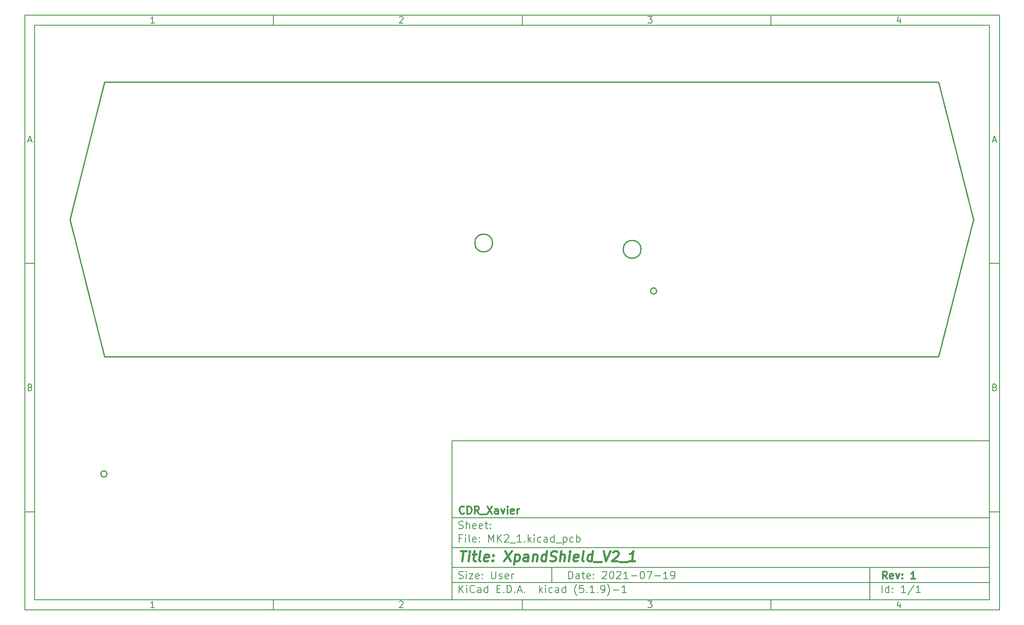
<source format=gbr>
%TF.GenerationSoftware,KiCad,Pcbnew,(5.1.9)-1*%
%TF.CreationDate,2021-08-02T11:53:33-04:00*%
%TF.ProjectId,MK2_1,4d4b325f-312e-46b6-9963-61645f706362,1*%
%TF.SameCoordinates,Original*%
%TF.FileFunction,Profile,NP*%
%FSLAX45Y45*%
G04 Gerber Fmt 4.5, Leading zero omitted, Abs format (unit mm)*
G04 Created by KiCad (PCBNEW (5.1.9)-1) date 2021-08-02 11:53:33*
%MOMM*%
%LPD*%
G01*
G04 APERTURE LIST*
%ADD10C,0.127000*%
%ADD11C,0.150000*%
%ADD12C,0.300000*%
%ADD13C,0.400000*%
%TA.AperFunction,Profile*%
%ADD14C,0.254000*%
%TD*%
G04 APERTURE END LIST*
D10*
D11*
X9590000Y-9570000D02*
X9590000Y-12770000D01*
X20390000Y-12770000D01*
X20390000Y-9570000D01*
X9590000Y-9570000D01*
D10*
D11*
X1000000Y-1000000D02*
X1000000Y-12970000D01*
X20590000Y-12970000D01*
X20590000Y-1000000D01*
X1000000Y-1000000D01*
D10*
D11*
X1200000Y-1200000D02*
X1200000Y-12770000D01*
X20390000Y-12770000D01*
X20390000Y-1200000D01*
X1200000Y-1200000D01*
D10*
D11*
X6000000Y-1200000D02*
X6000000Y-1000000D01*
D10*
D11*
X11000000Y-1200000D02*
X11000000Y-1000000D01*
D10*
D11*
X16000000Y-1200000D02*
X16000000Y-1000000D01*
D10*
D11*
X3606548Y-1158810D02*
X3532262Y-1158810D01*
X3569405Y-1158810D02*
X3569405Y-1028809D01*
X3557024Y-1047381D01*
X3544643Y-1059762D01*
X3532262Y-1065952D01*
D10*
D11*
X8532262Y-1041190D02*
X8538452Y-1035000D01*
X8550833Y-1028809D01*
X8581786Y-1028809D01*
X8594167Y-1035000D01*
X8600357Y-1041190D01*
X8606548Y-1053571D01*
X8606548Y-1065952D01*
X8600357Y-1084524D01*
X8526071Y-1158810D01*
X8606548Y-1158810D01*
D10*
D11*
X13526071Y-1028809D02*
X13606548Y-1028809D01*
X13563214Y-1078333D01*
X13581786Y-1078333D01*
X13594167Y-1084524D01*
X13600357Y-1090714D01*
X13606548Y-1103095D01*
X13606548Y-1134048D01*
X13600357Y-1146429D01*
X13594167Y-1152619D01*
X13581786Y-1158810D01*
X13544643Y-1158810D01*
X13532262Y-1152619D01*
X13526071Y-1146429D01*
D10*
D11*
X18594167Y-1072143D02*
X18594167Y-1158810D01*
X18563214Y-1022619D02*
X18532262Y-1115476D01*
X18612738Y-1115476D01*
D10*
D11*
X6000000Y-12770000D02*
X6000000Y-12970000D01*
D10*
D11*
X11000000Y-12770000D02*
X11000000Y-12970000D01*
D10*
D11*
X16000000Y-12770000D02*
X16000000Y-12970000D01*
D10*
D11*
X3606548Y-12928809D02*
X3532262Y-12928809D01*
X3569405Y-12928809D02*
X3569405Y-12798809D01*
X3557024Y-12817381D01*
X3544643Y-12829762D01*
X3532262Y-12835952D01*
D10*
D11*
X8532262Y-12811190D02*
X8538452Y-12805000D01*
X8550833Y-12798809D01*
X8581786Y-12798809D01*
X8594167Y-12805000D01*
X8600357Y-12811190D01*
X8606548Y-12823571D01*
X8606548Y-12835952D01*
X8600357Y-12854524D01*
X8526071Y-12928809D01*
X8606548Y-12928809D01*
D10*
D11*
X13526071Y-12798809D02*
X13606548Y-12798809D01*
X13563214Y-12848333D01*
X13581786Y-12848333D01*
X13594167Y-12854524D01*
X13600357Y-12860714D01*
X13606548Y-12873095D01*
X13606548Y-12904048D01*
X13600357Y-12916428D01*
X13594167Y-12922619D01*
X13581786Y-12928809D01*
X13544643Y-12928809D01*
X13532262Y-12922619D01*
X13526071Y-12916428D01*
D10*
D11*
X18594167Y-12842143D02*
X18594167Y-12928809D01*
X18563214Y-12792619D02*
X18532262Y-12885476D01*
X18612738Y-12885476D01*
D10*
D11*
X1000000Y-6000000D02*
X1200000Y-6000000D01*
D10*
D11*
X1000000Y-11000000D02*
X1200000Y-11000000D01*
D10*
D11*
X1069048Y-3521667D02*
X1130952Y-3521667D01*
X1056667Y-3558809D02*
X1100000Y-3428809D01*
X1143333Y-3558809D01*
D10*
D11*
X1109286Y-8490714D02*
X1127857Y-8496905D01*
X1134048Y-8503095D01*
X1140238Y-8515476D01*
X1140238Y-8534048D01*
X1134048Y-8546429D01*
X1127857Y-8552619D01*
X1115476Y-8558810D01*
X1065952Y-8558810D01*
X1065952Y-8428810D01*
X1109286Y-8428810D01*
X1121667Y-8435000D01*
X1127857Y-8441190D01*
X1134048Y-8453571D01*
X1134048Y-8465952D01*
X1127857Y-8478333D01*
X1121667Y-8484524D01*
X1109286Y-8490714D01*
X1065952Y-8490714D01*
D10*
D11*
X20590000Y-6000000D02*
X20390000Y-6000000D01*
D10*
D11*
X20590000Y-11000000D02*
X20390000Y-11000000D01*
D10*
D11*
X20459048Y-3521667D02*
X20520952Y-3521667D01*
X20446667Y-3558809D02*
X20490000Y-3428809D01*
X20533333Y-3558809D01*
D10*
D11*
X20499286Y-8490714D02*
X20517857Y-8496905D01*
X20524048Y-8503095D01*
X20530238Y-8515476D01*
X20530238Y-8534048D01*
X20524048Y-8546429D01*
X20517857Y-8552619D01*
X20505476Y-8558810D01*
X20455952Y-8558810D01*
X20455952Y-8428810D01*
X20499286Y-8428810D01*
X20511667Y-8435000D01*
X20517857Y-8441190D01*
X20524048Y-8453571D01*
X20524048Y-8465952D01*
X20517857Y-8478333D01*
X20511667Y-8484524D01*
X20499286Y-8490714D01*
X20455952Y-8490714D01*
D10*
D11*
X11933214Y-12347857D02*
X11933214Y-12197857D01*
X11968928Y-12197857D01*
X11990357Y-12205000D01*
X12004643Y-12219286D01*
X12011786Y-12233571D01*
X12018928Y-12262143D01*
X12018928Y-12283571D01*
X12011786Y-12312143D01*
X12004643Y-12326428D01*
X11990357Y-12340714D01*
X11968928Y-12347857D01*
X11933214Y-12347857D01*
X12147500Y-12347857D02*
X12147500Y-12269286D01*
X12140357Y-12255000D01*
X12126071Y-12247857D01*
X12097500Y-12247857D01*
X12083214Y-12255000D01*
X12147500Y-12340714D02*
X12133214Y-12347857D01*
X12097500Y-12347857D01*
X12083214Y-12340714D01*
X12076071Y-12326428D01*
X12076071Y-12312143D01*
X12083214Y-12297857D01*
X12097500Y-12290714D01*
X12133214Y-12290714D01*
X12147500Y-12283571D01*
X12197500Y-12247857D02*
X12254643Y-12247857D01*
X12218928Y-12197857D02*
X12218928Y-12326428D01*
X12226071Y-12340714D01*
X12240357Y-12347857D01*
X12254643Y-12347857D01*
X12361786Y-12340714D02*
X12347500Y-12347857D01*
X12318928Y-12347857D01*
X12304643Y-12340714D01*
X12297500Y-12326428D01*
X12297500Y-12269286D01*
X12304643Y-12255000D01*
X12318928Y-12247857D01*
X12347500Y-12247857D01*
X12361786Y-12255000D01*
X12368928Y-12269286D01*
X12368928Y-12283571D01*
X12297500Y-12297857D01*
X12433214Y-12333571D02*
X12440357Y-12340714D01*
X12433214Y-12347857D01*
X12426071Y-12340714D01*
X12433214Y-12333571D01*
X12433214Y-12347857D01*
X12433214Y-12255000D02*
X12440357Y-12262143D01*
X12433214Y-12269286D01*
X12426071Y-12262143D01*
X12433214Y-12255000D01*
X12433214Y-12269286D01*
X12611786Y-12212143D02*
X12618928Y-12205000D01*
X12633214Y-12197857D01*
X12668928Y-12197857D01*
X12683214Y-12205000D01*
X12690357Y-12212143D01*
X12697500Y-12226428D01*
X12697500Y-12240714D01*
X12690357Y-12262143D01*
X12604643Y-12347857D01*
X12697500Y-12347857D01*
X12790357Y-12197857D02*
X12804643Y-12197857D01*
X12818928Y-12205000D01*
X12826071Y-12212143D01*
X12833214Y-12226428D01*
X12840357Y-12255000D01*
X12840357Y-12290714D01*
X12833214Y-12319286D01*
X12826071Y-12333571D01*
X12818928Y-12340714D01*
X12804643Y-12347857D01*
X12790357Y-12347857D01*
X12776071Y-12340714D01*
X12768928Y-12333571D01*
X12761786Y-12319286D01*
X12754643Y-12290714D01*
X12754643Y-12255000D01*
X12761786Y-12226428D01*
X12768928Y-12212143D01*
X12776071Y-12205000D01*
X12790357Y-12197857D01*
X12897500Y-12212143D02*
X12904643Y-12205000D01*
X12918928Y-12197857D01*
X12954643Y-12197857D01*
X12968928Y-12205000D01*
X12976071Y-12212143D01*
X12983214Y-12226428D01*
X12983214Y-12240714D01*
X12976071Y-12262143D01*
X12890357Y-12347857D01*
X12983214Y-12347857D01*
X13126071Y-12347857D02*
X13040357Y-12347857D01*
X13083214Y-12347857D02*
X13083214Y-12197857D01*
X13068928Y-12219286D01*
X13054643Y-12233571D01*
X13040357Y-12240714D01*
X13190357Y-12290714D02*
X13304643Y-12290714D01*
X13404643Y-12197857D02*
X13418928Y-12197857D01*
X13433214Y-12205000D01*
X13440357Y-12212143D01*
X13447500Y-12226428D01*
X13454643Y-12255000D01*
X13454643Y-12290714D01*
X13447500Y-12319286D01*
X13440357Y-12333571D01*
X13433214Y-12340714D01*
X13418928Y-12347857D01*
X13404643Y-12347857D01*
X13390357Y-12340714D01*
X13383214Y-12333571D01*
X13376071Y-12319286D01*
X13368928Y-12290714D01*
X13368928Y-12255000D01*
X13376071Y-12226428D01*
X13383214Y-12212143D01*
X13390357Y-12205000D01*
X13404643Y-12197857D01*
X13504643Y-12197857D02*
X13604643Y-12197857D01*
X13540357Y-12347857D01*
X13661786Y-12290714D02*
X13776071Y-12290714D01*
X13926071Y-12347857D02*
X13840357Y-12347857D01*
X13883214Y-12347857D02*
X13883214Y-12197857D01*
X13868928Y-12219286D01*
X13854643Y-12233571D01*
X13840357Y-12240714D01*
X13997500Y-12347857D02*
X14026071Y-12347857D01*
X14040357Y-12340714D01*
X14047500Y-12333571D01*
X14061786Y-12312143D01*
X14068928Y-12283571D01*
X14068928Y-12226428D01*
X14061786Y-12212143D01*
X14054643Y-12205000D01*
X14040357Y-12197857D01*
X14011786Y-12197857D01*
X13997500Y-12205000D01*
X13990357Y-12212143D01*
X13983214Y-12226428D01*
X13983214Y-12262143D01*
X13990357Y-12276428D01*
X13997500Y-12283571D01*
X14011786Y-12290714D01*
X14040357Y-12290714D01*
X14054643Y-12283571D01*
X14061786Y-12276428D01*
X14068928Y-12262143D01*
D10*
D11*
X9590000Y-12420000D02*
X20390000Y-12420000D01*
D10*
D11*
X9733214Y-12627857D02*
X9733214Y-12477857D01*
X9818929Y-12627857D02*
X9754643Y-12542143D01*
X9818929Y-12477857D02*
X9733214Y-12563571D01*
X9883214Y-12627857D02*
X9883214Y-12527857D01*
X9883214Y-12477857D02*
X9876071Y-12485000D01*
X9883214Y-12492143D01*
X9890357Y-12485000D01*
X9883214Y-12477857D01*
X9883214Y-12492143D01*
X10040357Y-12613571D02*
X10033214Y-12620714D01*
X10011786Y-12627857D01*
X9997500Y-12627857D01*
X9976071Y-12620714D01*
X9961786Y-12606428D01*
X9954643Y-12592143D01*
X9947500Y-12563571D01*
X9947500Y-12542143D01*
X9954643Y-12513571D01*
X9961786Y-12499286D01*
X9976071Y-12485000D01*
X9997500Y-12477857D01*
X10011786Y-12477857D01*
X10033214Y-12485000D01*
X10040357Y-12492143D01*
X10168929Y-12627857D02*
X10168929Y-12549286D01*
X10161786Y-12535000D01*
X10147500Y-12527857D01*
X10118929Y-12527857D01*
X10104643Y-12535000D01*
X10168929Y-12620714D02*
X10154643Y-12627857D01*
X10118929Y-12627857D01*
X10104643Y-12620714D01*
X10097500Y-12606428D01*
X10097500Y-12592143D01*
X10104643Y-12577857D01*
X10118929Y-12570714D01*
X10154643Y-12570714D01*
X10168929Y-12563571D01*
X10304643Y-12627857D02*
X10304643Y-12477857D01*
X10304643Y-12620714D02*
X10290357Y-12627857D01*
X10261786Y-12627857D01*
X10247500Y-12620714D01*
X10240357Y-12613571D01*
X10233214Y-12599286D01*
X10233214Y-12556428D01*
X10240357Y-12542143D01*
X10247500Y-12535000D01*
X10261786Y-12527857D01*
X10290357Y-12527857D01*
X10304643Y-12535000D01*
X10490357Y-12549286D02*
X10540357Y-12549286D01*
X10561786Y-12627857D02*
X10490357Y-12627857D01*
X10490357Y-12477857D01*
X10561786Y-12477857D01*
X10626071Y-12613571D02*
X10633214Y-12620714D01*
X10626071Y-12627857D01*
X10618929Y-12620714D01*
X10626071Y-12613571D01*
X10626071Y-12627857D01*
X10697500Y-12627857D02*
X10697500Y-12477857D01*
X10733214Y-12477857D01*
X10754643Y-12485000D01*
X10768929Y-12499286D01*
X10776071Y-12513571D01*
X10783214Y-12542143D01*
X10783214Y-12563571D01*
X10776071Y-12592143D01*
X10768929Y-12606428D01*
X10754643Y-12620714D01*
X10733214Y-12627857D01*
X10697500Y-12627857D01*
X10847500Y-12613571D02*
X10854643Y-12620714D01*
X10847500Y-12627857D01*
X10840357Y-12620714D01*
X10847500Y-12613571D01*
X10847500Y-12627857D01*
X10911786Y-12585000D02*
X10983214Y-12585000D01*
X10897500Y-12627857D02*
X10947500Y-12477857D01*
X10997500Y-12627857D01*
X11047500Y-12613571D02*
X11054643Y-12620714D01*
X11047500Y-12627857D01*
X11040357Y-12620714D01*
X11047500Y-12613571D01*
X11047500Y-12627857D01*
X11347500Y-12627857D02*
X11347500Y-12477857D01*
X11361786Y-12570714D02*
X11404643Y-12627857D01*
X11404643Y-12527857D02*
X11347500Y-12585000D01*
X11468928Y-12627857D02*
X11468928Y-12527857D01*
X11468928Y-12477857D02*
X11461786Y-12485000D01*
X11468928Y-12492143D01*
X11476071Y-12485000D01*
X11468928Y-12477857D01*
X11468928Y-12492143D01*
X11604643Y-12620714D02*
X11590357Y-12627857D01*
X11561786Y-12627857D01*
X11547500Y-12620714D01*
X11540357Y-12613571D01*
X11533214Y-12599286D01*
X11533214Y-12556428D01*
X11540357Y-12542143D01*
X11547500Y-12535000D01*
X11561786Y-12527857D01*
X11590357Y-12527857D01*
X11604643Y-12535000D01*
X11733214Y-12627857D02*
X11733214Y-12549286D01*
X11726071Y-12535000D01*
X11711786Y-12527857D01*
X11683214Y-12527857D01*
X11668928Y-12535000D01*
X11733214Y-12620714D02*
X11718928Y-12627857D01*
X11683214Y-12627857D01*
X11668928Y-12620714D01*
X11661786Y-12606428D01*
X11661786Y-12592143D01*
X11668928Y-12577857D01*
X11683214Y-12570714D01*
X11718928Y-12570714D01*
X11733214Y-12563571D01*
X11868928Y-12627857D02*
X11868928Y-12477857D01*
X11868928Y-12620714D02*
X11854643Y-12627857D01*
X11826071Y-12627857D01*
X11811786Y-12620714D01*
X11804643Y-12613571D01*
X11797500Y-12599286D01*
X11797500Y-12556428D01*
X11804643Y-12542143D01*
X11811786Y-12535000D01*
X11826071Y-12527857D01*
X11854643Y-12527857D01*
X11868928Y-12535000D01*
X12097500Y-12685000D02*
X12090357Y-12677857D01*
X12076071Y-12656428D01*
X12068928Y-12642143D01*
X12061786Y-12620714D01*
X12054643Y-12585000D01*
X12054643Y-12556428D01*
X12061786Y-12520714D01*
X12068928Y-12499286D01*
X12076071Y-12485000D01*
X12090357Y-12463571D01*
X12097500Y-12456428D01*
X12226071Y-12477857D02*
X12154643Y-12477857D01*
X12147500Y-12549286D01*
X12154643Y-12542143D01*
X12168928Y-12535000D01*
X12204643Y-12535000D01*
X12218928Y-12542143D01*
X12226071Y-12549286D01*
X12233214Y-12563571D01*
X12233214Y-12599286D01*
X12226071Y-12613571D01*
X12218928Y-12620714D01*
X12204643Y-12627857D01*
X12168928Y-12627857D01*
X12154643Y-12620714D01*
X12147500Y-12613571D01*
X12297500Y-12613571D02*
X12304643Y-12620714D01*
X12297500Y-12627857D01*
X12290357Y-12620714D01*
X12297500Y-12613571D01*
X12297500Y-12627857D01*
X12447500Y-12627857D02*
X12361786Y-12627857D01*
X12404643Y-12627857D02*
X12404643Y-12477857D01*
X12390357Y-12499286D01*
X12376071Y-12513571D01*
X12361786Y-12520714D01*
X12511786Y-12613571D02*
X12518928Y-12620714D01*
X12511786Y-12627857D01*
X12504643Y-12620714D01*
X12511786Y-12613571D01*
X12511786Y-12627857D01*
X12590357Y-12627857D02*
X12618928Y-12627857D01*
X12633214Y-12620714D01*
X12640357Y-12613571D01*
X12654643Y-12592143D01*
X12661786Y-12563571D01*
X12661786Y-12506428D01*
X12654643Y-12492143D01*
X12647500Y-12485000D01*
X12633214Y-12477857D01*
X12604643Y-12477857D01*
X12590357Y-12485000D01*
X12583214Y-12492143D01*
X12576071Y-12506428D01*
X12576071Y-12542143D01*
X12583214Y-12556428D01*
X12590357Y-12563571D01*
X12604643Y-12570714D01*
X12633214Y-12570714D01*
X12647500Y-12563571D01*
X12654643Y-12556428D01*
X12661786Y-12542143D01*
X12711786Y-12685000D02*
X12718928Y-12677857D01*
X12733214Y-12656428D01*
X12740357Y-12642143D01*
X12747500Y-12620714D01*
X12754643Y-12585000D01*
X12754643Y-12556428D01*
X12747500Y-12520714D01*
X12740357Y-12499286D01*
X12733214Y-12485000D01*
X12718928Y-12463571D01*
X12711786Y-12456428D01*
X12826071Y-12570714D02*
X12940357Y-12570714D01*
X13090357Y-12627857D02*
X13004643Y-12627857D01*
X13047500Y-12627857D02*
X13047500Y-12477857D01*
X13033214Y-12499286D01*
X13018928Y-12513571D01*
X13004643Y-12520714D01*
D10*
D11*
X9590000Y-12120000D02*
X20390000Y-12120000D01*
D10*
D12*
X18330929Y-12347857D02*
X18280929Y-12276428D01*
X18245214Y-12347857D02*
X18245214Y-12197857D01*
X18302357Y-12197857D01*
X18316643Y-12205000D01*
X18323786Y-12212143D01*
X18330929Y-12226428D01*
X18330929Y-12247857D01*
X18323786Y-12262143D01*
X18316643Y-12269286D01*
X18302357Y-12276428D01*
X18245214Y-12276428D01*
X18452357Y-12340714D02*
X18438071Y-12347857D01*
X18409500Y-12347857D01*
X18395214Y-12340714D01*
X18388071Y-12326428D01*
X18388071Y-12269286D01*
X18395214Y-12255000D01*
X18409500Y-12247857D01*
X18438071Y-12247857D01*
X18452357Y-12255000D01*
X18459500Y-12269286D01*
X18459500Y-12283571D01*
X18388071Y-12297857D01*
X18509500Y-12247857D02*
X18545214Y-12347857D01*
X18580929Y-12247857D01*
X18638071Y-12333571D02*
X18645214Y-12340714D01*
X18638071Y-12347857D01*
X18630929Y-12340714D01*
X18638071Y-12333571D01*
X18638071Y-12347857D01*
X18638071Y-12255000D02*
X18645214Y-12262143D01*
X18638071Y-12269286D01*
X18630929Y-12262143D01*
X18638071Y-12255000D01*
X18638071Y-12269286D01*
X18902357Y-12347857D02*
X18816643Y-12347857D01*
X18859500Y-12347857D02*
X18859500Y-12197857D01*
X18845214Y-12219286D01*
X18830929Y-12233571D01*
X18816643Y-12240714D01*
D10*
D11*
X9726071Y-12340714D02*
X9747500Y-12347857D01*
X9783214Y-12347857D01*
X9797500Y-12340714D01*
X9804643Y-12333571D01*
X9811786Y-12319286D01*
X9811786Y-12305000D01*
X9804643Y-12290714D01*
X9797500Y-12283571D01*
X9783214Y-12276428D01*
X9754643Y-12269286D01*
X9740357Y-12262143D01*
X9733214Y-12255000D01*
X9726071Y-12240714D01*
X9726071Y-12226428D01*
X9733214Y-12212143D01*
X9740357Y-12205000D01*
X9754643Y-12197857D01*
X9790357Y-12197857D01*
X9811786Y-12205000D01*
X9876071Y-12347857D02*
X9876071Y-12247857D01*
X9876071Y-12197857D02*
X9868929Y-12205000D01*
X9876071Y-12212143D01*
X9883214Y-12205000D01*
X9876071Y-12197857D01*
X9876071Y-12212143D01*
X9933214Y-12247857D02*
X10011786Y-12247857D01*
X9933214Y-12347857D01*
X10011786Y-12347857D01*
X10126071Y-12340714D02*
X10111786Y-12347857D01*
X10083214Y-12347857D01*
X10068929Y-12340714D01*
X10061786Y-12326428D01*
X10061786Y-12269286D01*
X10068929Y-12255000D01*
X10083214Y-12247857D01*
X10111786Y-12247857D01*
X10126071Y-12255000D01*
X10133214Y-12269286D01*
X10133214Y-12283571D01*
X10061786Y-12297857D01*
X10197500Y-12333571D02*
X10204643Y-12340714D01*
X10197500Y-12347857D01*
X10190357Y-12340714D01*
X10197500Y-12333571D01*
X10197500Y-12347857D01*
X10197500Y-12255000D02*
X10204643Y-12262143D01*
X10197500Y-12269286D01*
X10190357Y-12262143D01*
X10197500Y-12255000D01*
X10197500Y-12269286D01*
X10383214Y-12197857D02*
X10383214Y-12319286D01*
X10390357Y-12333571D01*
X10397500Y-12340714D01*
X10411786Y-12347857D01*
X10440357Y-12347857D01*
X10454643Y-12340714D01*
X10461786Y-12333571D01*
X10468929Y-12319286D01*
X10468929Y-12197857D01*
X10533214Y-12340714D02*
X10547500Y-12347857D01*
X10576071Y-12347857D01*
X10590357Y-12340714D01*
X10597500Y-12326428D01*
X10597500Y-12319286D01*
X10590357Y-12305000D01*
X10576071Y-12297857D01*
X10554643Y-12297857D01*
X10540357Y-12290714D01*
X10533214Y-12276428D01*
X10533214Y-12269286D01*
X10540357Y-12255000D01*
X10554643Y-12247857D01*
X10576071Y-12247857D01*
X10590357Y-12255000D01*
X10718929Y-12340714D02*
X10704643Y-12347857D01*
X10676071Y-12347857D01*
X10661786Y-12340714D01*
X10654643Y-12326428D01*
X10654643Y-12269286D01*
X10661786Y-12255000D01*
X10676071Y-12247857D01*
X10704643Y-12247857D01*
X10718929Y-12255000D01*
X10726071Y-12269286D01*
X10726071Y-12283571D01*
X10654643Y-12297857D01*
X10790357Y-12347857D02*
X10790357Y-12247857D01*
X10790357Y-12276428D02*
X10797500Y-12262143D01*
X10804643Y-12255000D01*
X10818929Y-12247857D01*
X10833214Y-12247857D01*
D10*
D11*
X18233214Y-12627857D02*
X18233214Y-12477857D01*
X18368929Y-12627857D02*
X18368929Y-12477857D01*
X18368929Y-12620714D02*
X18354643Y-12627857D01*
X18326071Y-12627857D01*
X18311786Y-12620714D01*
X18304643Y-12613571D01*
X18297500Y-12599286D01*
X18297500Y-12556428D01*
X18304643Y-12542143D01*
X18311786Y-12535000D01*
X18326071Y-12527857D01*
X18354643Y-12527857D01*
X18368929Y-12535000D01*
X18440357Y-12613571D02*
X18447500Y-12620714D01*
X18440357Y-12627857D01*
X18433214Y-12620714D01*
X18440357Y-12613571D01*
X18440357Y-12627857D01*
X18440357Y-12535000D02*
X18447500Y-12542143D01*
X18440357Y-12549286D01*
X18433214Y-12542143D01*
X18440357Y-12535000D01*
X18440357Y-12549286D01*
X18704643Y-12627857D02*
X18618929Y-12627857D01*
X18661786Y-12627857D02*
X18661786Y-12477857D01*
X18647500Y-12499286D01*
X18633214Y-12513571D01*
X18618929Y-12520714D01*
X18876071Y-12470714D02*
X18747500Y-12663571D01*
X19004643Y-12627857D02*
X18918929Y-12627857D01*
X18961786Y-12627857D02*
X18961786Y-12477857D01*
X18947500Y-12499286D01*
X18933214Y-12513571D01*
X18918929Y-12520714D01*
D10*
D11*
X9590000Y-11720000D02*
X20390000Y-11720000D01*
D10*
D13*
X9761238Y-11790476D02*
X9875524Y-11790476D01*
X9793381Y-11990476D02*
X9818381Y-11790476D01*
X9917190Y-11990476D02*
X9933857Y-11857143D01*
X9942190Y-11790476D02*
X9931476Y-11800000D01*
X9939810Y-11809524D01*
X9950524Y-11800000D01*
X9942190Y-11790476D01*
X9939810Y-11809524D01*
X10000524Y-11857143D02*
X10076714Y-11857143D01*
X10037429Y-11790476D02*
X10016000Y-11961905D01*
X10023143Y-11980952D01*
X10041000Y-11990476D01*
X10060048Y-11990476D01*
X10155286Y-11990476D02*
X10137429Y-11980952D01*
X10130286Y-11961905D01*
X10151714Y-11790476D01*
X10308857Y-11980952D02*
X10288619Y-11990476D01*
X10250524Y-11990476D01*
X10232667Y-11980952D01*
X10225524Y-11961905D01*
X10235048Y-11885714D01*
X10246952Y-11866667D01*
X10267190Y-11857143D01*
X10305286Y-11857143D01*
X10323143Y-11866667D01*
X10330286Y-11885714D01*
X10327905Y-11904762D01*
X10230286Y-11923809D01*
X10405286Y-11971428D02*
X10413619Y-11980952D01*
X10402905Y-11990476D01*
X10394571Y-11980952D01*
X10405286Y-11971428D01*
X10402905Y-11990476D01*
X10418381Y-11866667D02*
X10426714Y-11876190D01*
X10416000Y-11885714D01*
X10407667Y-11876190D01*
X10418381Y-11866667D01*
X10416000Y-11885714D01*
X10656476Y-11790476D02*
X10764810Y-11990476D01*
X10789810Y-11790476D02*
X10631476Y-11990476D01*
X10857667Y-11857143D02*
X10832667Y-12057143D01*
X10856476Y-11866667D02*
X10876714Y-11857143D01*
X10914810Y-11857143D01*
X10932667Y-11866667D01*
X10941000Y-11876190D01*
X10948143Y-11895238D01*
X10941000Y-11952381D01*
X10929095Y-11971428D01*
X10918381Y-11980952D01*
X10898143Y-11990476D01*
X10860048Y-11990476D01*
X10842190Y-11980952D01*
X11107667Y-11990476D02*
X11120762Y-11885714D01*
X11113619Y-11866667D01*
X11095762Y-11857143D01*
X11057667Y-11857143D01*
X11037429Y-11866667D01*
X11108857Y-11980952D02*
X11088619Y-11990476D01*
X11041000Y-11990476D01*
X11023143Y-11980952D01*
X11016000Y-11961905D01*
X11018381Y-11942857D01*
X11030286Y-11923809D01*
X11050524Y-11914286D01*
X11098143Y-11914286D01*
X11118381Y-11904762D01*
X11219571Y-11857143D02*
X11202905Y-11990476D01*
X11217190Y-11876190D02*
X11227905Y-11866667D01*
X11248143Y-11857143D01*
X11276714Y-11857143D01*
X11294571Y-11866667D01*
X11301714Y-11885714D01*
X11288619Y-11990476D01*
X11469571Y-11990476D02*
X11494571Y-11790476D01*
X11470762Y-11980952D02*
X11450524Y-11990476D01*
X11412428Y-11990476D01*
X11394571Y-11980952D01*
X11386238Y-11971428D01*
X11379095Y-11952381D01*
X11386238Y-11895238D01*
X11398143Y-11876190D01*
X11408857Y-11866667D01*
X11429095Y-11857143D01*
X11467190Y-11857143D01*
X11485048Y-11866667D01*
X11556476Y-11980952D02*
X11583857Y-11990476D01*
X11631476Y-11990476D01*
X11651714Y-11980952D01*
X11662428Y-11971428D01*
X11674333Y-11952381D01*
X11676714Y-11933333D01*
X11669571Y-11914286D01*
X11661238Y-11904762D01*
X11643381Y-11895238D01*
X11606476Y-11885714D01*
X11588619Y-11876190D01*
X11580286Y-11866667D01*
X11573143Y-11847619D01*
X11575524Y-11828571D01*
X11587428Y-11809524D01*
X11598143Y-11800000D01*
X11618381Y-11790476D01*
X11666000Y-11790476D01*
X11693381Y-11800000D01*
X11755286Y-11990476D02*
X11780286Y-11790476D01*
X11841000Y-11990476D02*
X11854095Y-11885714D01*
X11846952Y-11866667D01*
X11829095Y-11857143D01*
X11800524Y-11857143D01*
X11780286Y-11866667D01*
X11769571Y-11876190D01*
X11936238Y-11990476D02*
X11952905Y-11857143D01*
X11961238Y-11790476D02*
X11950524Y-11800000D01*
X11958857Y-11809524D01*
X11969571Y-11800000D01*
X11961238Y-11790476D01*
X11958857Y-11809524D01*
X12108857Y-11980952D02*
X12088619Y-11990476D01*
X12050524Y-11990476D01*
X12032667Y-11980952D01*
X12025524Y-11961905D01*
X12035048Y-11885714D01*
X12046952Y-11866667D01*
X12067190Y-11857143D01*
X12105286Y-11857143D01*
X12123143Y-11866667D01*
X12130286Y-11885714D01*
X12127905Y-11904762D01*
X12030286Y-11923809D01*
X12231476Y-11990476D02*
X12213619Y-11980952D01*
X12206476Y-11961905D01*
X12227905Y-11790476D01*
X12393381Y-11990476D02*
X12418381Y-11790476D01*
X12394571Y-11980952D02*
X12374333Y-11990476D01*
X12336238Y-11990476D01*
X12318381Y-11980952D01*
X12310048Y-11971428D01*
X12302905Y-11952381D01*
X12310048Y-11895238D01*
X12321952Y-11876190D01*
X12332667Y-11866667D01*
X12352905Y-11857143D01*
X12391000Y-11857143D01*
X12408857Y-11866667D01*
X12438619Y-12009524D02*
X12591000Y-12009524D01*
X12637428Y-11790476D02*
X12679095Y-11990476D01*
X12770762Y-11790476D01*
X12825524Y-11809524D02*
X12836238Y-11800000D01*
X12856476Y-11790476D01*
X12904095Y-11790476D01*
X12921952Y-11800000D01*
X12930286Y-11809524D01*
X12937428Y-11828571D01*
X12935048Y-11847619D01*
X12921952Y-11876190D01*
X12793381Y-11990476D01*
X12917190Y-11990476D01*
X12952905Y-12009524D02*
X13105286Y-12009524D01*
X13260048Y-11990476D02*
X13145762Y-11990476D01*
X13202905Y-11990476D02*
X13227905Y-11790476D01*
X13205286Y-11819048D01*
X13183857Y-11838095D01*
X13163619Y-11847619D01*
D10*
D11*
X9783214Y-11529286D02*
X9733214Y-11529286D01*
X9733214Y-11607857D02*
X9733214Y-11457857D01*
X9804643Y-11457857D01*
X9861786Y-11607857D02*
X9861786Y-11507857D01*
X9861786Y-11457857D02*
X9854643Y-11465000D01*
X9861786Y-11472143D01*
X9868929Y-11465000D01*
X9861786Y-11457857D01*
X9861786Y-11472143D01*
X9954643Y-11607857D02*
X9940357Y-11600714D01*
X9933214Y-11586428D01*
X9933214Y-11457857D01*
X10068929Y-11600714D02*
X10054643Y-11607857D01*
X10026071Y-11607857D01*
X10011786Y-11600714D01*
X10004643Y-11586428D01*
X10004643Y-11529286D01*
X10011786Y-11515000D01*
X10026071Y-11507857D01*
X10054643Y-11507857D01*
X10068929Y-11515000D01*
X10076071Y-11529286D01*
X10076071Y-11543571D01*
X10004643Y-11557857D01*
X10140357Y-11593571D02*
X10147500Y-11600714D01*
X10140357Y-11607857D01*
X10133214Y-11600714D01*
X10140357Y-11593571D01*
X10140357Y-11607857D01*
X10140357Y-11515000D02*
X10147500Y-11522143D01*
X10140357Y-11529286D01*
X10133214Y-11522143D01*
X10140357Y-11515000D01*
X10140357Y-11529286D01*
X10326071Y-11607857D02*
X10326071Y-11457857D01*
X10376071Y-11565000D01*
X10426071Y-11457857D01*
X10426071Y-11607857D01*
X10497500Y-11607857D02*
X10497500Y-11457857D01*
X10583214Y-11607857D02*
X10518929Y-11522143D01*
X10583214Y-11457857D02*
X10497500Y-11543571D01*
X10640357Y-11472143D02*
X10647500Y-11465000D01*
X10661786Y-11457857D01*
X10697500Y-11457857D01*
X10711786Y-11465000D01*
X10718929Y-11472143D01*
X10726071Y-11486428D01*
X10726071Y-11500714D01*
X10718929Y-11522143D01*
X10633214Y-11607857D01*
X10726071Y-11607857D01*
X10754643Y-11622143D02*
X10868929Y-11622143D01*
X10983214Y-11607857D02*
X10897500Y-11607857D01*
X10940357Y-11607857D02*
X10940357Y-11457857D01*
X10926071Y-11479286D01*
X10911786Y-11493571D01*
X10897500Y-11500714D01*
X11047500Y-11593571D02*
X11054643Y-11600714D01*
X11047500Y-11607857D01*
X11040357Y-11600714D01*
X11047500Y-11593571D01*
X11047500Y-11607857D01*
X11118929Y-11607857D02*
X11118929Y-11457857D01*
X11133214Y-11550714D02*
X11176071Y-11607857D01*
X11176071Y-11507857D02*
X11118929Y-11565000D01*
X11240357Y-11607857D02*
X11240357Y-11507857D01*
X11240357Y-11457857D02*
X11233214Y-11465000D01*
X11240357Y-11472143D01*
X11247500Y-11465000D01*
X11240357Y-11457857D01*
X11240357Y-11472143D01*
X11376071Y-11600714D02*
X11361786Y-11607857D01*
X11333214Y-11607857D01*
X11318928Y-11600714D01*
X11311786Y-11593571D01*
X11304643Y-11579286D01*
X11304643Y-11536428D01*
X11311786Y-11522143D01*
X11318928Y-11515000D01*
X11333214Y-11507857D01*
X11361786Y-11507857D01*
X11376071Y-11515000D01*
X11504643Y-11607857D02*
X11504643Y-11529286D01*
X11497500Y-11515000D01*
X11483214Y-11507857D01*
X11454643Y-11507857D01*
X11440357Y-11515000D01*
X11504643Y-11600714D02*
X11490357Y-11607857D01*
X11454643Y-11607857D01*
X11440357Y-11600714D01*
X11433214Y-11586428D01*
X11433214Y-11572143D01*
X11440357Y-11557857D01*
X11454643Y-11550714D01*
X11490357Y-11550714D01*
X11504643Y-11543571D01*
X11640357Y-11607857D02*
X11640357Y-11457857D01*
X11640357Y-11600714D02*
X11626071Y-11607857D01*
X11597500Y-11607857D01*
X11583214Y-11600714D01*
X11576071Y-11593571D01*
X11568928Y-11579286D01*
X11568928Y-11536428D01*
X11576071Y-11522143D01*
X11583214Y-11515000D01*
X11597500Y-11507857D01*
X11626071Y-11507857D01*
X11640357Y-11515000D01*
X11676071Y-11622143D02*
X11790357Y-11622143D01*
X11826071Y-11507857D02*
X11826071Y-11657857D01*
X11826071Y-11515000D02*
X11840357Y-11507857D01*
X11868928Y-11507857D01*
X11883214Y-11515000D01*
X11890357Y-11522143D01*
X11897500Y-11536428D01*
X11897500Y-11579286D01*
X11890357Y-11593571D01*
X11883214Y-11600714D01*
X11868928Y-11607857D01*
X11840357Y-11607857D01*
X11826071Y-11600714D01*
X12026071Y-11600714D02*
X12011786Y-11607857D01*
X11983214Y-11607857D01*
X11968928Y-11600714D01*
X11961786Y-11593571D01*
X11954643Y-11579286D01*
X11954643Y-11536428D01*
X11961786Y-11522143D01*
X11968928Y-11515000D01*
X11983214Y-11507857D01*
X12011786Y-11507857D01*
X12026071Y-11515000D01*
X12090357Y-11607857D02*
X12090357Y-11457857D01*
X12090357Y-11515000D02*
X12104643Y-11507857D01*
X12133214Y-11507857D01*
X12147500Y-11515000D01*
X12154643Y-11522143D01*
X12161786Y-11536428D01*
X12161786Y-11579286D01*
X12154643Y-11593571D01*
X12147500Y-11600714D01*
X12133214Y-11607857D01*
X12104643Y-11607857D01*
X12090357Y-11600714D01*
D10*
D11*
X9590000Y-11120000D02*
X20390000Y-11120000D01*
D10*
D11*
X9726071Y-11330714D02*
X9747500Y-11337857D01*
X9783214Y-11337857D01*
X9797500Y-11330714D01*
X9804643Y-11323571D01*
X9811786Y-11309286D01*
X9811786Y-11295000D01*
X9804643Y-11280714D01*
X9797500Y-11273571D01*
X9783214Y-11266428D01*
X9754643Y-11259286D01*
X9740357Y-11252143D01*
X9733214Y-11245000D01*
X9726071Y-11230714D01*
X9726071Y-11216428D01*
X9733214Y-11202143D01*
X9740357Y-11195000D01*
X9754643Y-11187857D01*
X9790357Y-11187857D01*
X9811786Y-11195000D01*
X9876071Y-11337857D02*
X9876071Y-11187857D01*
X9940357Y-11337857D02*
X9940357Y-11259286D01*
X9933214Y-11245000D01*
X9918929Y-11237857D01*
X9897500Y-11237857D01*
X9883214Y-11245000D01*
X9876071Y-11252143D01*
X10068929Y-11330714D02*
X10054643Y-11337857D01*
X10026071Y-11337857D01*
X10011786Y-11330714D01*
X10004643Y-11316428D01*
X10004643Y-11259286D01*
X10011786Y-11245000D01*
X10026071Y-11237857D01*
X10054643Y-11237857D01*
X10068929Y-11245000D01*
X10076071Y-11259286D01*
X10076071Y-11273571D01*
X10004643Y-11287857D01*
X10197500Y-11330714D02*
X10183214Y-11337857D01*
X10154643Y-11337857D01*
X10140357Y-11330714D01*
X10133214Y-11316428D01*
X10133214Y-11259286D01*
X10140357Y-11245000D01*
X10154643Y-11237857D01*
X10183214Y-11237857D01*
X10197500Y-11245000D01*
X10204643Y-11259286D01*
X10204643Y-11273571D01*
X10133214Y-11287857D01*
X10247500Y-11237857D02*
X10304643Y-11237857D01*
X10268929Y-11187857D02*
X10268929Y-11316428D01*
X10276071Y-11330714D01*
X10290357Y-11337857D01*
X10304643Y-11337857D01*
X10354643Y-11323571D02*
X10361786Y-11330714D01*
X10354643Y-11337857D01*
X10347500Y-11330714D01*
X10354643Y-11323571D01*
X10354643Y-11337857D01*
X10354643Y-11245000D02*
X10361786Y-11252143D01*
X10354643Y-11259286D01*
X10347500Y-11252143D01*
X10354643Y-11245000D01*
X10354643Y-11259286D01*
D10*
D12*
X9830929Y-11023571D02*
X9823786Y-11030714D01*
X9802357Y-11037857D01*
X9788071Y-11037857D01*
X9766643Y-11030714D01*
X9752357Y-11016429D01*
X9745214Y-11002143D01*
X9738071Y-10973571D01*
X9738071Y-10952143D01*
X9745214Y-10923571D01*
X9752357Y-10909286D01*
X9766643Y-10895000D01*
X9788071Y-10887857D01*
X9802357Y-10887857D01*
X9823786Y-10895000D01*
X9830929Y-10902143D01*
X9895214Y-11037857D02*
X9895214Y-10887857D01*
X9930929Y-10887857D01*
X9952357Y-10895000D01*
X9966643Y-10909286D01*
X9973786Y-10923571D01*
X9980929Y-10952143D01*
X9980929Y-10973571D01*
X9973786Y-11002143D01*
X9966643Y-11016429D01*
X9952357Y-11030714D01*
X9930929Y-11037857D01*
X9895214Y-11037857D01*
X10130929Y-11037857D02*
X10080929Y-10966429D01*
X10045214Y-11037857D02*
X10045214Y-10887857D01*
X10102357Y-10887857D01*
X10116643Y-10895000D01*
X10123786Y-10902143D01*
X10130929Y-10916429D01*
X10130929Y-10937857D01*
X10123786Y-10952143D01*
X10116643Y-10959286D01*
X10102357Y-10966429D01*
X10045214Y-10966429D01*
X10159500Y-11052143D02*
X10273786Y-11052143D01*
X10295214Y-10887857D02*
X10395214Y-11037857D01*
X10395214Y-10887857D02*
X10295214Y-11037857D01*
X10516643Y-11037857D02*
X10516643Y-10959286D01*
X10509500Y-10945000D01*
X10495214Y-10937857D01*
X10466643Y-10937857D01*
X10452357Y-10945000D01*
X10516643Y-11030714D02*
X10502357Y-11037857D01*
X10466643Y-11037857D01*
X10452357Y-11030714D01*
X10445214Y-11016429D01*
X10445214Y-11002143D01*
X10452357Y-10987857D01*
X10466643Y-10980714D01*
X10502357Y-10980714D01*
X10516643Y-10973571D01*
X10573786Y-10937857D02*
X10609500Y-11037857D01*
X10645214Y-10937857D01*
X10702357Y-11037857D02*
X10702357Y-10937857D01*
X10702357Y-10887857D02*
X10695214Y-10895000D01*
X10702357Y-10902143D01*
X10709500Y-10895000D01*
X10702357Y-10887857D01*
X10702357Y-10902143D01*
X10830929Y-11030714D02*
X10816643Y-11037857D01*
X10788071Y-11037857D01*
X10773786Y-11030714D01*
X10766643Y-11016429D01*
X10766643Y-10959286D01*
X10773786Y-10945000D01*
X10788071Y-10937857D01*
X10816643Y-10937857D01*
X10830929Y-10945000D01*
X10838071Y-10959286D01*
X10838071Y-10973571D01*
X10766643Y-10987857D01*
X10902357Y-11037857D02*
X10902357Y-10937857D01*
X10902357Y-10966429D02*
X10909500Y-10952143D01*
X10916643Y-10945000D01*
X10930929Y-10937857D01*
X10945214Y-10937857D01*
D10*
D11*
X11590000Y-12120000D02*
X11590000Y-12420000D01*
D10*
D11*
X17990000Y-12120000D02*
X17990000Y-12770000D01*
D14*
X20066000Y-5111750D02*
X19367500Y-7874000D01*
X20066000Y-5111750D02*
X19367500Y-2349500D01*
X2603500Y-2349500D02*
X1905000Y-5111750D01*
X2654300Y-10236200D02*
G75*
G03*
X2654300Y-10236200I-63500J0D01*
G01*
X13703300Y-6553200D02*
G75*
G03*
X13703300Y-6553200I-63500J0D01*
G01*
X13387605Y-5715000D02*
G75*
G03*
X13387605Y-5715000I-179605J0D01*
G01*
X10403105Y-5588000D02*
G75*
G03*
X10403105Y-5588000I-179605J0D01*
G01*
X2603500Y-2349500D02*
X19367500Y-2349500D01*
X2603500Y-7874000D02*
X1905000Y-5111750D01*
X19367500Y-7874000D02*
X2603500Y-7874000D01*
M02*

</source>
